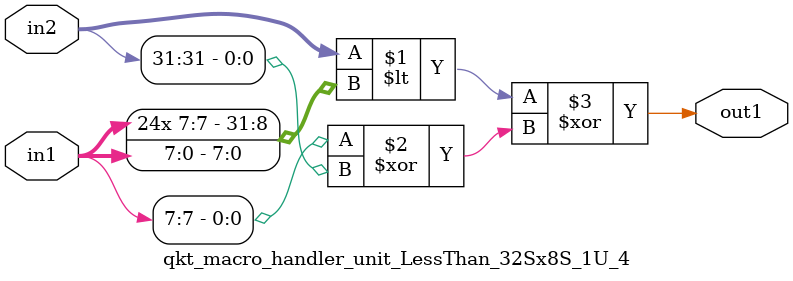
<source format=v>

`timescale 1ps / 1ps


module qkt_macro_handler_unit_LessThan_32Sx8S_1U_4( in2, in1, out1 );

    input [31:0] in2;
    input [7:0] in1;
    output out1;

    
    // rtl_process:qkt_macro_handler_unit_LessThan_32Sx8S_1U_4/qkt_macro_handler_unit_LessThan_32Sx8S_1U_4_thread_1
    assign out1 = (in2 < {{ 24 {in1[7]}}, in1} ^ (in1[7] ^ in2[31]));

endmodule


</source>
